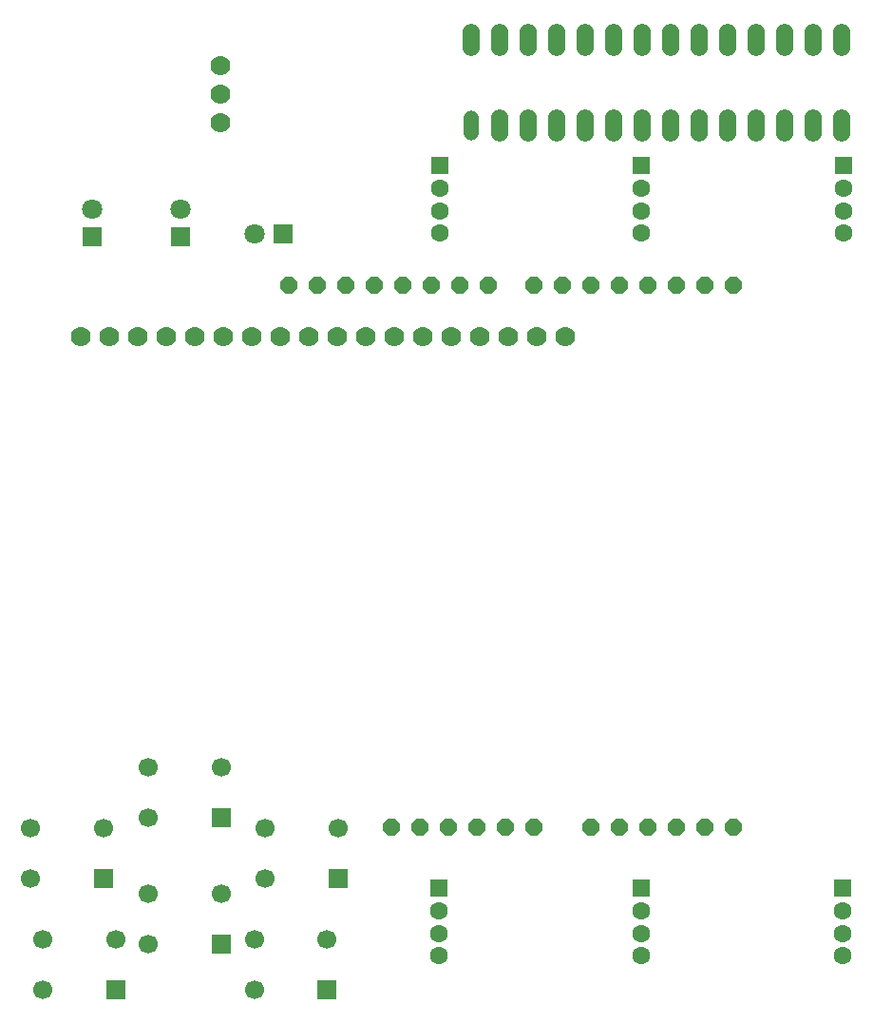
<source format=gbr>
G04 DipTrace 3.3.1.3*
G04 BottomMask.gbr*
%MOIN*%
G04 #@! TF.FileFunction,Soldermask,Bot*
G04 #@! TF.Part,Single*
%AMOUTLINE0*
4,1,20,
-0.02608,0.026058,
-0.024514,0.034979,
-0.019993,0.042827,
-0.013059,0.048655,
-0.004551,0.05176,
0.004507,0.051768,
0.01302,0.048677,
0.019963,0.042861,
0.0245,0.035021,
0.02608,0.026102,
0.02608,-0.026058,
0.024514,-0.034979,
0.019993,-0.042827,
0.013059,-0.048655,
0.004551,-0.05176,
-0.004507,-0.051768,
-0.01302,-0.048677,
-0.019963,-0.042861,
-0.0245,-0.035021,
-0.02608,-0.026102,
-0.02608,0.026058,
0*%
%AMOUTLINE1*
4,1,20,
-0.03002,0.026401,
-0.028275,0.036344,
-0.02306,0.045396,
-0.015062,0.052118,
-0.005249,0.055699,
0.005198,0.055708,
0.015017,0.052144,
0.023026,0.045435,
0.028258,0.036393,
0.03002,0.026449,
0.03002,-0.026401,
0.028275,-0.036344,
0.02306,-0.045396,
0.015062,-0.052118,
0.005249,-0.055699,
-0.005198,-0.055708,
-0.015017,-0.052144,
-0.023026,-0.045435,
-0.028258,-0.036393,
-0.03002,-0.026449,
-0.03002,0.026401,
0*%
%AMOUTLINE3*
4,1,8,
0.030488,-0.012629,
0.012629,-0.030488,
-0.012629,-0.030488,
-0.030488,-0.012629,
-0.030488,0.012629,
-0.012629,0.030488,
0.012629,0.030488,
0.030488,0.012629,
0.030488,-0.012629,
0*%
%ADD27C,0.07*%
%ADD28R,0.066929X0.066929*%
%ADD29C,0.066929*%
%ADD48C,0.070872*%
%ADD50C,0.070872*%
%ADD52R,0.070872X0.070872*%
%ADD54C,0.062998*%
%ADD56R,0.062998X0.062998*%
%ADD62OUTLINE0*%
%ADD63OUTLINE1*%
%ADD65OUTLINE3*%
%FSLAX26Y26*%
G04*
G70*
G90*
G75*
G01*
G04 BotMask*
%LPD*%
D56*
X2600629Y839920D3*
D54*
Y761180D3*
Y682440D3*
Y603700D3*
D56*
X2601968Y3373700D3*
D54*
Y3294960D3*
Y3216220D3*
Y3137480D3*
D52*
X1343700Y3133700D3*
D50*
X1243700D3*
D56*
X1892361Y839920D3*
D54*
Y761180D3*
Y682440D3*
Y603700D3*
D56*
X1893700Y3373700D3*
D54*
Y3294960D3*
Y3216220D3*
Y3137480D3*
D56*
X3308897Y839920D3*
D54*
Y761180D3*
Y682440D3*
Y603700D3*
D56*
X3310235Y3373700D3*
D54*
Y3294960D3*
Y3216220D3*
Y3137480D3*
D52*
X983700Y3123700D3*
D48*
Y3222125D3*
D52*
X673700Y3123700D3*
D48*
Y3222125D3*
D62*
X2003700Y3513700D3*
D63*
X2103700D3*
X2203700D3*
X2303700D3*
X2403700D3*
X2503700D3*
X2603700D3*
X2703700D3*
X2803700D3*
X2903700D3*
X3003700D3*
X3103700D3*
X3203700D3*
X3303700D3*
Y3813700D3*
X3203700D3*
X3103700D3*
X3003700D3*
X2903700D3*
X2803700D3*
X2703700D3*
X2603700D3*
X2503700D3*
X2403700D3*
X2303700D3*
X2203700D3*
X2103700D3*
X2003700D3*
D65*
X2523700Y2953700D3*
X2423700Y1053700D3*
X2623700Y2953700D3*
X2723700D3*
X2823700D3*
X2923700D3*
X2423700D3*
X2323700D3*
X2223700D3*
X2063700D3*
X1963700D3*
X1863700D3*
X1763700D3*
X1663700D3*
X1563700D3*
X1463700D3*
X1363700D3*
X2523700Y1053700D3*
X2623700D3*
X2723700D3*
X2823700D3*
X2923700D3*
X2223700D3*
X2123700D3*
X2023700D3*
X1923700D3*
X1823700D3*
X1723700D3*
D27*
X634015Y2774172D3*
X734015D3*
X834015D3*
X934015D3*
X1034015D3*
X1134015D3*
X1234015D3*
X1334015D3*
X1434015D3*
X1534015D3*
X1634015D3*
X1734015D3*
X1834015D3*
X1934015D3*
X2034015D3*
X2134015D3*
X2234015D3*
X2334015D3*
X1123700Y3623700D3*
Y3523700D3*
Y3723700D3*
D28*
X713700Y873700D3*
D29*
Y1050865D3*
X457794D3*
Y873700D3*
D28*
X1536535D3*
D29*
Y1050865D3*
X1280629D3*
Y873700D3*
D28*
X1126535Y1087794D3*
D29*
Y1264960D3*
X870629D3*
Y1087794D3*
D28*
X1126535Y643700D3*
D29*
Y820865D3*
X870629D3*
Y643700D3*
D28*
X756535Y483700D3*
D29*
Y660865D3*
X500629D3*
Y483700D3*
D28*
X1499369D3*
D29*
Y660865D3*
X1243464D3*
Y483700D3*
M02*

</source>
